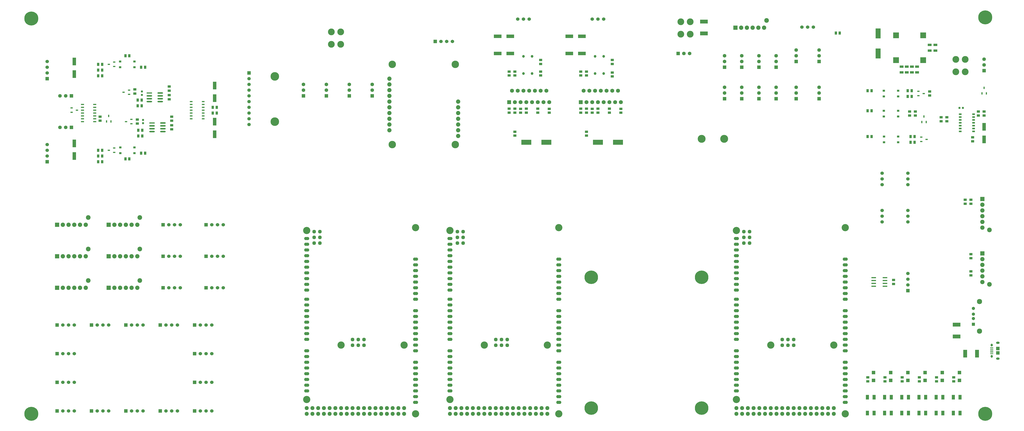
<source format=gbr>
%TF.GenerationSoftware,Altium Limited,Altium Designer,21.6.4 (81)*%
G04 Layer_Color=255*
%FSLAX26Y26*%
%MOIN*%
%TF.SameCoordinates,892991E7-994B-4F78-B437-02A20B6E2807*%
%TF.FilePolarity,Positive*%
%TF.FileFunction,Pads,Top*%
%TF.Part,Single*%
G01*
G75*
%TA.AperFunction,SMDPad,CuDef*%
%ADD10R,0.039370X0.023622*%
%ADD11R,0.051181X0.027559*%
G04:AMPARAMS|DCode=12|XSize=77.559mil|YSize=23.228mil|CornerRadius=2.904mil|HoleSize=0mil|Usage=FLASHONLY|Rotation=0.000|XOffset=0mil|YOffset=0mil|HoleType=Round|Shape=RoundedRectangle|*
%AMROUNDEDRECTD12*
21,1,0.077559,0.017421,0,0,0.0*
21,1,0.071752,0.023228,0,0,0.0*
1,1,0.005807,0.035876,-0.008711*
1,1,0.005807,-0.035876,-0.008711*
1,1,0.005807,-0.035876,0.008711*
1,1,0.005807,0.035876,0.008711*
%
%ADD12ROUNDEDRECTD12*%
%ADD13R,0.057087X0.023622*%
%ADD14R,0.046457X0.022835*%
%ADD15R,0.097211X0.024493*%
G04:AMPARAMS|DCode=16|XSize=97.211mil|YSize=24.493mil|CornerRadius=12.247mil|HoleSize=0mil|Usage=FLASHONLY|Rotation=0.000|XOffset=0mil|YOffset=0mil|HoleType=Round|Shape=RoundedRectangle|*
%AMROUNDEDRECTD16*
21,1,0.097211,0.000000,0,0,0.0*
21,1,0.072718,0.024493,0,0,0.0*
1,1,0.024493,0.036359,0.000000*
1,1,0.024493,-0.036359,0.000000*
1,1,0.024493,-0.036359,0.000000*
1,1,0.024493,0.036359,0.000000*
%
%ADD16ROUNDEDRECTD16*%
%ADD17R,0.065284X0.043523*%
%ADD18R,0.059055X0.059055*%
%ADD19R,0.098425X0.098425*%
%TA.AperFunction,ConnectorPad*%
%ADD20R,0.061024X0.059055*%
G04:AMPARAMS|DCode=21|XSize=15.748mil|YSize=53.15mil|CornerRadius=3.937mil|HoleSize=0mil|Usage=FLASHONLY|Rotation=90.000|XOffset=0mil|YOffset=0mil|HoleType=Round|Shape=RoundedRectangle|*
%AMROUNDEDRECTD21*
21,1,0.015748,0.045276,0,0,90.0*
21,1,0.007874,0.053150,0,0,90.0*
1,1,0.007874,0.022638,0.003937*
1,1,0.007874,0.022638,-0.003937*
1,1,0.007874,-0.022638,-0.003937*
1,1,0.007874,-0.022638,0.003937*
%
%ADD21ROUNDEDRECTD21*%
%TA.AperFunction,SMDPad,CuDef*%
G04:AMPARAMS|DCode=22|XSize=55mil|YSize=43mil|CornerRadius=7.955mil|HoleSize=0mil|Usage=FLASHONLY|Rotation=90.000|XOffset=0mil|YOffset=0mil|HoleType=Round|Shape=RoundedRectangle|*
%AMROUNDEDRECTD22*
21,1,0.055000,0.027090,0,0,90.0*
21,1,0.039090,0.043000,0,0,90.0*
1,1,0.015910,0.013545,0.019545*
1,1,0.015910,0.013545,-0.019545*
1,1,0.015910,-0.013545,-0.019545*
1,1,0.015910,-0.013545,0.019545*
%
%ADD22ROUNDEDRECTD22*%
G04:AMPARAMS|DCode=23|XSize=35mil|YSize=34mil|CornerRadius=5.95mil|HoleSize=0mil|Usage=FLASHONLY|Rotation=270.000|XOffset=0mil|YOffset=0mil|HoleType=Round|Shape=RoundedRectangle|*
%AMROUNDEDRECTD23*
21,1,0.035000,0.022100,0,0,270.0*
21,1,0.023100,0.034000,0,0,270.0*
1,1,0.011900,-0.011050,-0.011550*
1,1,0.011900,-0.011050,0.011550*
1,1,0.011900,0.011050,0.011550*
1,1,0.011900,0.011050,-0.011550*
%
%ADD23ROUNDEDRECTD23*%
%ADD24R,0.055118X0.078740*%
G04:AMPARAMS|DCode=25|XSize=35mil|YSize=34mil|CornerRadius=5.95mil|HoleSize=0mil|Usage=FLASHONLY|Rotation=180.000|XOffset=0mil|YOffset=0mil|HoleType=Round|Shape=RoundedRectangle|*
%AMROUNDEDRECTD25*
21,1,0.035000,0.022100,0,0,180.0*
21,1,0.023100,0.034000,0,0,180.0*
1,1,0.011900,-0.011550,0.011050*
1,1,0.011900,0.011550,0.011050*
1,1,0.011900,0.011550,-0.011050*
1,1,0.011900,-0.011550,-0.011050*
%
%ADD25ROUNDEDRECTD25*%
%ADD26R,0.023622X0.039370*%
G04:AMPARAMS|DCode=27|XSize=55mil|YSize=43mil|CornerRadius=7.955mil|HoleSize=0mil|Usage=FLASHONLY|Rotation=180.000|XOffset=0mil|YOffset=0mil|HoleType=Round|Shape=RoundedRectangle|*
%AMROUNDEDRECTD27*
21,1,0.055000,0.027090,0,0,180.0*
21,1,0.039090,0.043000,0,0,180.0*
1,1,0.015910,-0.019545,0.013545*
1,1,0.015910,0.019545,0.013545*
1,1,0.015910,0.019545,-0.013545*
1,1,0.015910,-0.019545,-0.013545*
%
%ADD27ROUNDEDRECTD27*%
%ADD35R,0.043307X0.035433*%
%TA.AperFunction,ComponentPad*%
%ADD36C,0.060000*%
%ADD37R,0.060000X0.060000*%
%ADD38C,0.081102*%
%ADD39C,0.075000*%
%ADD40R,0.075000X0.075000*%
%ADD41C,0.236220*%
%ADD42C,0.047244*%
%ADD43C,0.090551*%
%ADD44C,0.056221*%
%ADD45R,0.056221X0.056221*%
%ADD46C,0.070000*%
%ADD47R,0.070000X0.070000*%
%ADD48C,0.244095*%
%ADD49C,0.118110*%
%ADD50R,0.062992X0.062992*%
%ADD51C,0.062992*%
%ADD52R,0.059055X0.059055*%
%ADD53C,0.059055*%
%ADD54C,0.074000*%
%ADD55C,0.130000*%
G04:AMPARAMS|DCode=56|XSize=37.402mil|YSize=61.024mil|CornerRadius=18.701mil|HoleSize=0mil|Usage=FLASHONLY|Rotation=270.000|XOffset=0mil|YOffset=0mil|HoleType=Round|Shape=RoundedRectangle|*
%AMROUNDEDRECTD56*
21,1,0.037402,0.023622,0,0,270.0*
21,1,0.000000,0.061024,0,0,270.0*
1,1,0.037402,-0.011811,0.000000*
1,1,0.037402,-0.011811,0.000000*
1,1,0.037402,0.011811,0.000000*
1,1,0.037402,0.011811,0.000000*
%
%ADD56ROUNDEDRECTD56*%
G04:AMPARAMS|DCode=57|XSize=49.213mil|YSize=37.402mil|CornerRadius=18.701mil|HoleSize=0mil|Usage=FLASHONLY|Rotation=270.000|XOffset=0mil|YOffset=0mil|HoleType=Round|Shape=RoundedRectangle|*
%AMROUNDEDRECTD57*
21,1,0.049213,0.000000,0,0,270.0*
21,1,0.011811,0.037402,0,0,270.0*
1,1,0.037402,0.000000,-0.005906*
1,1,0.037402,0.000000,0.005906*
1,1,0.037402,0.000000,0.005906*
1,1,0.037402,0.000000,-0.005906*
%
%ADD57ROUNDEDRECTD57*%
%ADD58O,0.089600X0.056000*%
%ADD59C,0.125980*%
G04:AMPARAMS|DCode=60|XSize=66mil|YSize=66mil|CornerRadius=0mil|HoleSize=0mil|Usage=FLASHONLY|Rotation=0.000|XOffset=0mil|YOffset=0mil|HoleType=Round|Shape=Octagon|*
%AMOCTAGOND60*
4,1,8,0.033000,-0.016500,0.033000,0.016500,0.016500,0.033000,-0.016500,0.033000,-0.033000,0.016500,-0.033000,-0.016500,-0.016500,-0.033000,0.016500,-0.033000,0.033000,-0.016500,0.0*
%
%ADD60OCTAGOND60*%

G04:AMPARAMS|DCode=61|XSize=61.02mil|YSize=61.02mil|CornerRadius=0mil|HoleSize=0mil|Usage=FLASHONLY|Rotation=90.000|XOffset=0mil|YOffset=0mil|HoleType=Round|Shape=Octagon|*
%AMOCTAGOND61*
4,1,8,0.015255,0.030510,-0.015255,0.030510,-0.030510,0.015255,-0.030510,-0.015255,-0.015255,-0.030510,0.015255,-0.030510,0.030510,-0.015255,0.030510,0.015255,0.015255,0.030510,0.0*
%
%ADD61OCTAGOND61*%

G04:AMPARAMS|DCode=62|XSize=61.02mil|YSize=61.02mil|CornerRadius=0mil|HoleSize=0mil|Usage=FLASHONLY|Rotation=0.000|XOffset=0mil|YOffset=0mil|HoleType=Round|Shape=Octagon|*
%AMOCTAGOND62*
4,1,8,0.030510,-0.015255,0.030510,0.015255,0.015255,0.030510,-0.015255,0.030510,-0.030510,0.015255,-0.030510,-0.015255,-0.015255,-0.030510,0.015255,-0.030510,0.030510,-0.015255,0.0*
%
%ADD62OCTAGOND62*%

%TA.AperFunction,SMDPad,CuDef*%
%ADD63R,0.062992X0.137795*%
%ADD64R,0.086614X0.173228*%
%TA.AperFunction,ComponentPad*%
%ADD65C,0.137795*%
%TA.AperFunction,SMDPad,CuDef*%
%ADD66R,0.137795X0.070079*%
%ADD67R,0.137795X0.062992*%
%ADD68R,0.173228X0.086614*%
%TA.AperFunction,ComponentPad*%
%ADD69R,0.062992X0.062992*%
%ADD70R,0.060000X0.060000*%
%TA.AperFunction,SMDPad,CuDef*%
%ADD71R,0.070079X0.137795*%
%TA.AperFunction,ComponentPad*%
%ADD72R,0.075000X0.075000*%
%TA.AperFunction,WasherPad*%
%ADD73C,0.150000*%
D10*
X1652756Y6400000D02*
D03*
X1747244Y6437401D02*
D03*
Y6362598D02*
D03*
X15832756Y5127402D02*
D03*
Y5052599D02*
D03*
X15927244Y5090000D02*
D03*
X15782756Y5927402D02*
D03*
Y5852599D02*
D03*
X15877244Y5890000D02*
D03*
X1952756Y5400000D02*
D03*
X2047244Y5437401D02*
D03*
Y5362598D02*
D03*
X2004976Y5875000D02*
D03*
Y5949803D02*
D03*
X1910488Y5912402D02*
D03*
X1002756Y5637402D02*
D03*
Y5562599D02*
D03*
X1097244Y5600000D02*
D03*
X1652756Y4900000D02*
D03*
X1747244Y4937401D02*
D03*
Y4862598D02*
D03*
D11*
X16513859Y5529500D02*
D03*
Y5479500D02*
D03*
Y5429500D02*
D03*
Y5379500D02*
D03*
Y5329500D02*
D03*
Y5279500D02*
D03*
Y5229500D02*
D03*
X16746141Y5529500D02*
D03*
Y5479500D02*
D03*
Y5429500D02*
D03*
Y5379500D02*
D03*
Y5329500D02*
D03*
Y5279500D02*
D03*
Y5229500D02*
D03*
D12*
X15002559Y2675000D02*
D03*
Y2625000D02*
D03*
Y2575000D02*
D03*
Y2525000D02*
D03*
X15197441D02*
D03*
Y2575000D02*
D03*
Y2625000D02*
D03*
Y2675000D02*
D03*
D13*
X1407284Y5400000D02*
D03*
Y5450000D02*
D03*
Y5500000D02*
D03*
Y5550000D02*
D03*
Y5600000D02*
D03*
Y5650000D02*
D03*
Y5700000D02*
D03*
X1192717Y5400000D02*
D03*
Y5450000D02*
D03*
Y5500000D02*
D03*
Y5550000D02*
D03*
Y5600000D02*
D03*
Y5650000D02*
D03*
Y5700000D02*
D03*
D14*
X3300000Y5450000D02*
D03*
Y5500000D02*
D03*
Y5550000D02*
D03*
Y5600000D02*
D03*
Y5650000D02*
D03*
Y5700000D02*
D03*
Y5750000D02*
D03*
X3090551D02*
D03*
Y5700000D02*
D03*
Y5650000D02*
D03*
Y5600000D02*
D03*
Y5550000D02*
D03*
Y5500000D02*
D03*
Y5450000D02*
D03*
D15*
X2359953Y5900000D02*
D03*
X2404976Y5375000D02*
D03*
D16*
X2359953Y5850000D02*
D03*
Y5800000D02*
D03*
Y5750000D02*
D03*
X2550000D02*
D03*
Y5800000D02*
D03*
Y5850000D02*
D03*
Y5900000D02*
D03*
X2595024Y5375000D02*
D03*
Y5325000D02*
D03*
Y5275000D02*
D03*
Y5225000D02*
D03*
X2404976D02*
D03*
Y5275000D02*
D03*
Y5325000D02*
D03*
D17*
X15760000Y6360250D02*
D03*
Y6259749D02*
D03*
X15980000Y6740250D02*
D03*
Y6639749D02*
D03*
X16080000Y6740250D02*
D03*
Y6639749D02*
D03*
X15490000Y6360250D02*
D03*
Y6259749D02*
D03*
X15580000Y6360250D02*
D03*
Y6259749D02*
D03*
X15670000Y6360250D02*
D03*
Y6259749D02*
D03*
D18*
X16500000Y881102D02*
D03*
Y1018898D02*
D03*
X15000000Y881102D02*
D03*
Y1018898D02*
D03*
X15600000D02*
D03*
Y881102D02*
D03*
X15300000D02*
D03*
Y1018898D02*
D03*
X15900000Y881102D02*
D03*
Y1018898D02*
D03*
X16200001Y881102D02*
D03*
Y1018898D02*
D03*
D19*
X15866220Y6906535D02*
D03*
Y6473465D02*
D03*
X15393780D02*
D03*
Y6906535D02*
D03*
D20*
X17170000Y1360630D02*
D03*
Y1439370D02*
D03*
D21*
X17063702Y1451181D02*
D03*
Y1425591D02*
D03*
Y1400000D02*
D03*
Y1374409D02*
D03*
Y1348819D02*
D03*
D22*
X2008500Y6550000D02*
D03*
X1941500D02*
D03*
X14894500Y5140000D02*
D03*
X14965500D02*
D03*
X15715500Y5040000D02*
D03*
X15644500D02*
D03*
Y5140000D02*
D03*
X15715500D02*
D03*
X14894500Y5590000D02*
D03*
X14965500D02*
D03*
X15665500Y5840000D02*
D03*
X15594500D02*
D03*
X14894500Y5940000D02*
D03*
X14965500D02*
D03*
X1535500Y4700000D02*
D03*
X1464500D02*
D03*
Y4800000D02*
D03*
X1535500D02*
D03*
X3464500Y5650000D02*
D03*
X3535500D02*
D03*
X2235500Y5150000D02*
D03*
X2164500D02*
D03*
X2235500Y5250000D02*
D03*
X2164500D02*
D03*
X2214500Y4850000D02*
D03*
X2285500D02*
D03*
X1464500Y6300000D02*
D03*
X1535500D02*
D03*
X1464500Y6400000D02*
D03*
X1535500D02*
D03*
X2225976Y5675000D02*
D03*
X2154976D02*
D03*
Y5775000D02*
D03*
X2225976D02*
D03*
X15594500Y5940000D02*
D03*
X15665500D02*
D03*
X1464500Y6200000D02*
D03*
X1535500D02*
D03*
Y4900000D02*
D03*
X1464500D02*
D03*
X2285500Y6350000D02*
D03*
X2214500D02*
D03*
X3535500Y5550000D02*
D03*
X3464500D02*
D03*
X14408500Y6945000D02*
D03*
X14341500D02*
D03*
X1941500Y4750000D02*
D03*
X2008500D02*
D03*
D23*
X2229976Y5865500D02*
D03*
Y5924500D02*
D03*
X2250000Y5370500D02*
D03*
Y5429500D02*
D03*
D24*
X16390945Y312205D02*
D03*
Y587795D02*
D03*
X16509054Y312205D02*
D03*
Y587795D02*
D03*
X14890945Y312205D02*
D03*
Y587795D02*
D03*
X15009055Y312205D02*
D03*
Y587795D02*
D03*
X15309055Y587801D02*
D03*
Y312211D02*
D03*
X15190945Y587801D02*
D03*
Y312211D02*
D03*
X15490945Y312205D02*
D03*
Y587795D02*
D03*
X15609055Y312205D02*
D03*
Y587795D02*
D03*
X15790945Y312205D02*
D03*
Y587795D02*
D03*
X15909055Y312205D02*
D03*
Y587795D02*
D03*
X16090944Y312208D02*
D03*
Y587798D02*
D03*
X16209055Y312208D02*
D03*
Y587798D02*
D03*
D25*
X16500500Y5640000D02*
D03*
X16559500D02*
D03*
D26*
X16892597Y5892756D02*
D03*
X16967402D02*
D03*
X16930000Y5987244D02*
D03*
X1612598Y5402756D02*
D03*
X1687401D02*
D03*
X1650000Y5497244D02*
D03*
X15842598Y5392756D02*
D03*
X15917401D02*
D03*
X15880000Y5487244D02*
D03*
D27*
X15630000Y5504500D02*
D03*
Y5575500D02*
D03*
X15730000Y5504500D02*
D03*
Y5575500D02*
D03*
X16830000Y5504500D02*
D03*
Y5575500D02*
D03*
X15980000Y5925500D02*
D03*
Y5854500D02*
D03*
X16930000Y5575500D02*
D03*
Y5504500D02*
D03*
X16730000Y5125500D02*
D03*
Y5054500D02*
D03*
X2750000Y5414500D02*
D03*
Y5485500D02*
D03*
X2150000Y5435500D02*
D03*
Y5364500D02*
D03*
X2750000Y5264500D02*
D03*
Y5335500D02*
D03*
X1500000Y5485500D02*
D03*
Y5414500D02*
D03*
X8740000Y5223500D02*
D03*
Y5156500D02*
D03*
X10440000Y6190000D02*
D03*
Y6257000D02*
D03*
X9190000Y6206500D02*
D03*
Y6273500D02*
D03*
X8840000Y5623500D02*
D03*
Y5556500D02*
D03*
X10590000Y5623500D02*
D03*
Y5556500D02*
D03*
X8740000Y6273500D02*
D03*
Y6206500D02*
D03*
X9990000Y6273500D02*
D03*
Y6206500D02*
D03*
X9340000Y5623500D02*
D03*
Y5556500D02*
D03*
X9890000Y6206500D02*
D03*
Y6273500D02*
D03*
X8640000Y6206500D02*
D03*
Y6273500D02*
D03*
X9990000Y5223500D02*
D03*
Y5156500D02*
D03*
X10090000Y5623500D02*
D03*
Y5556500D02*
D03*
X2704976Y5939500D02*
D03*
Y6010500D02*
D03*
X2104976Y5960500D02*
D03*
Y5889500D02*
D03*
X2704976Y5789500D02*
D03*
Y5860500D02*
D03*
X9140000Y5554500D02*
D03*
Y5625500D02*
D03*
X8640000Y5554500D02*
D03*
Y5625500D02*
D03*
X9990000D02*
D03*
Y5554500D02*
D03*
X9890000D02*
D03*
Y5625500D02*
D03*
X10440000Y6404500D02*
D03*
Y6475500D02*
D03*
X10390000Y5554500D02*
D03*
Y5625500D02*
D03*
X10190000Y5554500D02*
D03*
Y5625500D02*
D03*
X8940000Y5554500D02*
D03*
Y5625500D02*
D03*
X8740000D02*
D03*
Y5554500D02*
D03*
X9190000Y6404500D02*
D03*
Y6475500D02*
D03*
X16280001Y5404500D02*
D03*
Y5475500D02*
D03*
X16180000D02*
D03*
Y5404500D02*
D03*
X14900000Y935500D02*
D03*
Y864500D02*
D03*
X15500000D02*
D03*
Y935500D02*
D03*
X15200000D02*
D03*
Y864500D02*
D03*
X15800000Y935500D02*
D03*
Y864500D02*
D03*
X16700001Y3014500D02*
D03*
Y3085500D02*
D03*
Y2785500D02*
D03*
Y2714500D02*
D03*
Y4035500D02*
D03*
Y3964500D02*
D03*
X16600000Y4035500D02*
D03*
Y3964500D02*
D03*
X15350000Y2564500D02*
D03*
Y2635500D02*
D03*
X16100000Y935500D02*
D03*
Y864500D02*
D03*
X16400000Y935500D02*
D03*
Y864500D02*
D03*
D35*
X2098032Y6350000D02*
D03*
Y6450000D02*
D03*
X1850000Y6350000D02*
D03*
Y6450000D02*
D03*
X15430000Y5040000D02*
D03*
Y5140000D02*
D03*
X15181969Y5040000D02*
D03*
Y5140000D02*
D03*
X15428031Y5490000D02*
D03*
Y5590000D02*
D03*
X15180000Y5490000D02*
D03*
Y5590000D02*
D03*
X15428031Y5840000D02*
D03*
Y5940000D02*
D03*
X15180000Y5840000D02*
D03*
Y5940000D02*
D03*
X1851968Y4950000D02*
D03*
Y4850000D02*
D03*
X2100000Y4950000D02*
D03*
Y4850000D02*
D03*
D36*
X3650000Y2500000D02*
D03*
X3550000D02*
D03*
X3450000D02*
D03*
X13750000Y7050000D02*
D03*
X13850000D02*
D03*
X13950000D02*
D03*
X575000Y4800000D02*
D03*
Y4900000D02*
D03*
Y5000000D02*
D03*
Y6450000D02*
D03*
Y6350000D02*
D03*
Y6250000D02*
D03*
X3450000Y1850000D02*
D03*
X3350000D02*
D03*
X3250000D02*
D03*
X850000D02*
D03*
X950000D02*
D03*
X1050000D02*
D03*
X1450000D02*
D03*
X1550000D02*
D03*
X1650000D02*
D03*
X2050000D02*
D03*
X2150000D02*
D03*
X2250000D02*
D03*
X2650000D02*
D03*
X2750000D02*
D03*
X2850000D02*
D03*
X3250000Y1350000D02*
D03*
X3350000D02*
D03*
X3450000D02*
D03*
X1050000Y350000D02*
D03*
X950000D02*
D03*
X850000D02*
D03*
X1650000D02*
D03*
X1550000D02*
D03*
X1450000D02*
D03*
X2250000D02*
D03*
X2150000D02*
D03*
X2050000D02*
D03*
X2850000D02*
D03*
X2750000D02*
D03*
X2650000D02*
D03*
X850000Y1350000D02*
D03*
X950000D02*
D03*
X1050000D02*
D03*
X850000Y850000D02*
D03*
X950000D02*
D03*
X1050000D02*
D03*
X3250000Y350000D02*
D03*
X3350000D02*
D03*
X3450000D02*
D03*
X3250000Y850000D02*
D03*
X3350000D02*
D03*
X3450000D02*
D03*
X7450000Y6800000D02*
D03*
X7550000D02*
D03*
X7650000D02*
D03*
X2700000Y2500000D02*
D03*
X2800000D02*
D03*
X2900000D02*
D03*
X2700000Y3050000D02*
D03*
X2800000D02*
D03*
X2900000D02*
D03*
X2700000Y3600000D02*
D03*
X2800000D02*
D03*
X2900000D02*
D03*
X3650000D02*
D03*
X3550000D02*
D03*
X3450000D02*
D03*
X3650000Y3050000D02*
D03*
X3550000D02*
D03*
X3450000D02*
D03*
X10090000Y7190000D02*
D03*
X10190000D02*
D03*
X10290000D02*
D03*
X8790000D02*
D03*
X8890000D02*
D03*
X8990000D02*
D03*
X15600000Y2550000D02*
D03*
Y2650000D02*
D03*
Y2750000D02*
D03*
Y3850000D02*
D03*
Y3750000D02*
D03*
Y3650000D02*
D03*
X15150000D02*
D03*
Y3750000D02*
D03*
Y3850000D02*
D03*
Y4300000D02*
D03*
Y4400000D02*
D03*
Y4500000D02*
D03*
X15600000Y4300000D02*
D03*
Y4400000D02*
D03*
Y4500000D02*
D03*
D37*
X3350000Y2500000D02*
D03*
X3150000Y1850000D02*
D03*
X750000D02*
D03*
X1350000D02*
D03*
X1950000D02*
D03*
X2550000D02*
D03*
X3150000Y1350000D02*
D03*
X750000Y350000D02*
D03*
X1350000D02*
D03*
X1950000D02*
D03*
X2550000D02*
D03*
X750000Y1350000D02*
D03*
Y850000D02*
D03*
X3150000Y350000D02*
D03*
Y850000D02*
D03*
X7350000Y6800000D02*
D03*
X2600000Y2500000D02*
D03*
Y3050000D02*
D03*
Y3600000D02*
D03*
X3350000D02*
D03*
Y3050000D02*
D03*
D38*
X1292126Y3174016D02*
D03*
X17024015Y2557874D02*
D03*
Y3507874D02*
D03*
X1292126Y3724016D02*
D03*
Y2624016D02*
D03*
X2192126Y3724016D02*
D03*
Y2624016D02*
D03*
X13132126Y7164016D02*
D03*
X2192126Y3174016D02*
D03*
D39*
X1250000Y3050000D02*
D03*
X1150000D02*
D03*
X1050000D02*
D03*
X950000D02*
D03*
X850000D02*
D03*
X16900000Y3000000D02*
D03*
Y2900000D02*
D03*
Y2800000D02*
D03*
Y2700000D02*
D03*
Y2600000D02*
D03*
Y3550000D02*
D03*
Y3650000D02*
D03*
Y3750000D02*
D03*
Y3850000D02*
D03*
Y3950000D02*
D03*
X850000Y3600000D02*
D03*
X950000D02*
D03*
X1050000D02*
D03*
X1150000D02*
D03*
X1250000D02*
D03*
X850000Y2500000D02*
D03*
X950000D02*
D03*
X1050000D02*
D03*
X1150000D02*
D03*
X1250000D02*
D03*
X2150000Y3600000D02*
D03*
X2050000D02*
D03*
X1950000D02*
D03*
X1850000D02*
D03*
X1750000D02*
D03*
Y2500000D02*
D03*
X1850000D02*
D03*
X1950000D02*
D03*
X2050000D02*
D03*
X2150000D02*
D03*
X13090000Y7040000D02*
D03*
X12990000D02*
D03*
X12890000D02*
D03*
X12790000D02*
D03*
X12690000D02*
D03*
X1750000Y3050000D02*
D03*
X1850000D02*
D03*
X1950000D02*
D03*
X2050000D02*
D03*
X2150000D02*
D03*
D40*
X750000D02*
D03*
Y3600000D02*
D03*
Y2500000D02*
D03*
X1650000Y3600000D02*
D03*
Y2500000D02*
D03*
X12590000Y7040000D02*
D03*
X1650000Y3050000D02*
D03*
D41*
X12000000Y400000D02*
D03*
Y2683465D02*
D03*
X10070866Y400000D02*
D03*
Y2683465D02*
D03*
D42*
X10140000Y6240000D02*
D03*
Y6540000D02*
D03*
X10290000Y6240000D02*
D03*
Y6540000D02*
D03*
X9040000Y6240000D02*
D03*
Y6540000D02*
D03*
X8890000Y6240000D02*
D03*
Y6540000D02*
D03*
D43*
X16850393Y2258661D02*
D03*
Y1741339D02*
D03*
D44*
X16743702Y2137795D02*
D03*
Y2039370D02*
D03*
Y1960630D02*
D03*
D45*
Y1862205D02*
D03*
D46*
X10590000Y5740000D02*
D03*
X10540000Y5940000D02*
D03*
X10490000Y5740000D02*
D03*
X10440000Y5940000D02*
D03*
X10390000Y5740000D02*
D03*
X10340000Y5940000D02*
D03*
X10290000Y5740000D02*
D03*
X10240000Y5940000D02*
D03*
X10190000Y5740000D02*
D03*
X10140000Y5940000D02*
D03*
X10090000Y5740000D02*
D03*
X10040000Y5940000D02*
D03*
X9990000Y5740000D02*
D03*
X9940000Y5940000D02*
D03*
X9340000Y5740000D02*
D03*
X9290000Y5940000D02*
D03*
X9240000Y5740000D02*
D03*
X9190000Y5940000D02*
D03*
X9140000Y5740000D02*
D03*
X9090000Y5940000D02*
D03*
X9040000Y5740000D02*
D03*
X8990000Y5940000D02*
D03*
X8940000Y5740000D02*
D03*
X8890000Y5940000D02*
D03*
X8840000Y5740000D02*
D03*
X8790000Y5940000D02*
D03*
X8740000Y5740000D02*
D03*
X8690000Y5940000D02*
D03*
D47*
X9890000Y5740000D02*
D03*
X8640000D02*
D03*
D48*
X300000Y300000D02*
D03*
Y7200000D02*
D03*
X16950001Y7220000D02*
D03*
Y300000D02*
D03*
D49*
X5534646Y6966535D02*
D03*
X5700000D02*
D03*
Y6750000D02*
D03*
X5534646D02*
D03*
X11634646Y7141535D02*
D03*
X11800000D02*
D03*
Y6925000D02*
D03*
X11634646D02*
D03*
X16434647Y6486535D02*
D03*
X16600000D02*
D03*
Y6270000D02*
D03*
X16434647D02*
D03*
D50*
X12700000Y6350000D02*
D03*
Y5800000D02*
D03*
X16930000Y6290000D02*
D03*
X13650000Y6450000D02*
D03*
X14050000D02*
D03*
X13650000Y5800000D02*
D03*
X14050000D02*
D03*
X5450000Y5850000D02*
D03*
X5850000D02*
D03*
X6250000D02*
D03*
X5050000D02*
D03*
X12400000Y6350000D02*
D03*
X13000000D02*
D03*
X13300000D02*
D03*
X12400000Y5800000D02*
D03*
X13000000D02*
D03*
X13300000D02*
D03*
D51*
X12700000Y6450000D02*
D03*
Y6550000D02*
D03*
Y6000000D02*
D03*
Y5900000D02*
D03*
X16930000Y6390000D02*
D03*
Y6490000D02*
D03*
X800000Y5300000D02*
D03*
X900000D02*
D03*
Y5850000D02*
D03*
X800000D02*
D03*
X11790000Y6590000D02*
D03*
X11690000D02*
D03*
X13650000Y6650000D02*
D03*
Y6550000D02*
D03*
X14050000Y6650000D02*
D03*
Y6550000D02*
D03*
X13650000Y5900000D02*
D03*
Y6000000D02*
D03*
X14050000Y5900000D02*
D03*
Y6000000D02*
D03*
X5450000Y5950000D02*
D03*
Y6050000D02*
D03*
X5850000Y5950000D02*
D03*
Y6050000D02*
D03*
X6250000Y5950000D02*
D03*
Y6050000D02*
D03*
X5050000Y5950000D02*
D03*
Y6050000D02*
D03*
X12400000Y6450000D02*
D03*
Y6550000D02*
D03*
X13000000Y6450000D02*
D03*
Y6550000D02*
D03*
X13300000Y6450000D02*
D03*
Y6550000D02*
D03*
X12400000Y5900000D02*
D03*
Y6000000D02*
D03*
X13000000D02*
D03*
Y5900000D02*
D03*
X13300000Y6000000D02*
D03*
Y5900000D02*
D03*
D52*
X4100000Y6250000D02*
D03*
D53*
Y6150000D02*
D03*
Y5950000D02*
D03*
Y5850000D02*
D03*
Y5750000D02*
D03*
Y5650000D02*
D03*
Y5550000D02*
D03*
Y5450000D02*
D03*
Y5350000D02*
D03*
Y6050000D02*
D03*
D54*
X6550000Y6150000D02*
D03*
Y6050000D02*
D03*
Y5950000D02*
D03*
Y5850000D02*
D03*
Y5750000D02*
D03*
Y5650000D02*
D03*
Y5550000D02*
D03*
Y5450000D02*
D03*
Y5350000D02*
D03*
Y5250000D02*
D03*
X7750000Y5150000D02*
D03*
Y5250000D02*
D03*
Y5350000D02*
D03*
Y5450000D02*
D03*
Y5550000D02*
D03*
Y5650000D02*
D03*
Y5750000D02*
D03*
D55*
X7700000Y6400000D02*
D03*
Y5000000D02*
D03*
X6600000Y6400000D02*
D03*
Y5000000D02*
D03*
D56*
X17170000Y1262205D02*
D03*
Y1537795D02*
D03*
D57*
X17063702Y1301575D02*
D03*
Y1498425D02*
D03*
D58*
X5106299Y1200000D02*
D03*
Y1300000D02*
D03*
Y1400000D02*
D03*
Y1600000D02*
D03*
Y1100000D02*
D03*
Y3260000D02*
D03*
Y3360000D02*
D03*
Y3160000D02*
D03*
Y3060000D02*
D03*
Y700000D02*
D03*
Y800000D02*
D03*
Y900000D02*
D03*
Y1000000D02*
D03*
Y2300000D02*
D03*
Y2960000D02*
D03*
Y2660000D02*
D03*
Y2460000D02*
D03*
Y2560000D02*
D03*
Y2860000D02*
D03*
Y2760000D02*
D03*
Y2000000D02*
D03*
Y1700000D02*
D03*
Y1800000D02*
D03*
Y1900000D02*
D03*
Y2100000D02*
D03*
Y2200000D02*
D03*
X7006299Y3000000D02*
D03*
Y2900000D02*
D03*
Y2800000D02*
D03*
Y2700000D02*
D03*
Y2600000D02*
D03*
Y2500000D02*
D03*
Y2400000D02*
D03*
Y2300000D02*
D03*
Y1200000D02*
D03*
Y1400000D02*
D03*
Y2100000D02*
D03*
Y1900000D02*
D03*
Y1600000D02*
D03*
Y1800000D02*
D03*
Y1700000D02*
D03*
Y1500000D02*
D03*
Y2000000D02*
D03*
Y1100000D02*
D03*
Y1000000D02*
D03*
Y900000D02*
D03*
Y800000D02*
D03*
Y700000D02*
D03*
Y600000D02*
D03*
Y500000D02*
D03*
X7606299Y1200000D02*
D03*
Y1300000D02*
D03*
Y1400000D02*
D03*
Y1600000D02*
D03*
Y1100000D02*
D03*
Y3260000D02*
D03*
Y3360000D02*
D03*
Y3160000D02*
D03*
Y3060000D02*
D03*
Y700000D02*
D03*
Y800000D02*
D03*
Y900000D02*
D03*
Y1000000D02*
D03*
Y2300000D02*
D03*
Y2960000D02*
D03*
Y2660000D02*
D03*
Y2460000D02*
D03*
Y2560000D02*
D03*
Y2860000D02*
D03*
Y2760000D02*
D03*
Y2000000D02*
D03*
Y1700000D02*
D03*
Y1800000D02*
D03*
Y1900000D02*
D03*
Y2100000D02*
D03*
Y2200000D02*
D03*
X9506299Y3000000D02*
D03*
Y2900000D02*
D03*
Y2800000D02*
D03*
Y2700000D02*
D03*
Y2600000D02*
D03*
Y2500000D02*
D03*
Y2400000D02*
D03*
Y2300000D02*
D03*
Y1200000D02*
D03*
Y1400000D02*
D03*
Y2100000D02*
D03*
Y1900000D02*
D03*
Y1600000D02*
D03*
Y1800000D02*
D03*
Y1700000D02*
D03*
Y1500000D02*
D03*
Y2000000D02*
D03*
Y1100000D02*
D03*
Y1000000D02*
D03*
Y900000D02*
D03*
Y800000D02*
D03*
Y700000D02*
D03*
Y600000D02*
D03*
Y500000D02*
D03*
X12606299Y1200000D02*
D03*
Y1300000D02*
D03*
Y1400000D02*
D03*
Y1600000D02*
D03*
Y1100000D02*
D03*
Y3260000D02*
D03*
Y3360000D02*
D03*
Y3160000D02*
D03*
Y3060000D02*
D03*
Y700000D02*
D03*
Y800000D02*
D03*
Y900000D02*
D03*
Y1000000D02*
D03*
Y2300000D02*
D03*
Y2960000D02*
D03*
Y2660000D02*
D03*
Y2460000D02*
D03*
Y2560000D02*
D03*
Y2860000D02*
D03*
Y2760000D02*
D03*
Y2000000D02*
D03*
Y1700000D02*
D03*
Y1800000D02*
D03*
Y1900000D02*
D03*
Y2100000D02*
D03*
Y2200000D02*
D03*
X14506299Y3000000D02*
D03*
Y2900000D02*
D03*
Y2800000D02*
D03*
Y2700000D02*
D03*
Y2600000D02*
D03*
Y2500000D02*
D03*
Y2400000D02*
D03*
Y2300000D02*
D03*
Y1200000D02*
D03*
Y1400000D02*
D03*
Y2100000D02*
D03*
Y1900000D02*
D03*
Y1600000D02*
D03*
Y1800000D02*
D03*
Y1700000D02*
D03*
Y1500000D02*
D03*
Y2000000D02*
D03*
Y1100000D02*
D03*
Y1000000D02*
D03*
Y900000D02*
D03*
Y800000D02*
D03*
Y700000D02*
D03*
Y600000D02*
D03*
Y500000D02*
D03*
D59*
X5706299Y1500000D02*
D03*
X5106299Y550000D02*
D03*
Y3500000D02*
D03*
X7006299Y3550000D02*
D03*
Y300000D02*
D03*
X6806299Y1500000D02*
D03*
X8206299D02*
D03*
X7606299Y550000D02*
D03*
Y3500000D02*
D03*
X9506299Y3550000D02*
D03*
Y300000D02*
D03*
X9306299Y1500000D02*
D03*
X13206299D02*
D03*
X12606299Y550000D02*
D03*
Y3500000D02*
D03*
X14506299Y3550000D02*
D03*
Y300000D02*
D03*
X14306299Y1500000D02*
D03*
D60*
X5106299Y300000D02*
D03*
Y400000D02*
D03*
X5606299Y300000D02*
D03*
X5706299Y400000D02*
D03*
X5806299D02*
D03*
Y300000D02*
D03*
X5206299Y400000D02*
D03*
Y300000D02*
D03*
X5306299Y400000D02*
D03*
Y300000D02*
D03*
X5406299Y400000D02*
D03*
Y300000D02*
D03*
X5506299Y400000D02*
D03*
Y300000D02*
D03*
X5606299Y400000D02*
D03*
X5706299Y300000D02*
D03*
X6306299Y400000D02*
D03*
X6406299D02*
D03*
Y300000D02*
D03*
X6506299Y400000D02*
D03*
Y300000D02*
D03*
X6606299Y400000D02*
D03*
Y300000D02*
D03*
X6706299Y400000D02*
D03*
Y300000D02*
D03*
X6806299Y400000D02*
D03*
Y300000D02*
D03*
X6306299D02*
D03*
X5906299Y400000D02*
D03*
Y300000D02*
D03*
X6006299Y400000D02*
D03*
Y300000D02*
D03*
X6106299Y400000D02*
D03*
Y300000D02*
D03*
X6206299Y400000D02*
D03*
Y300000D02*
D03*
X7606299D02*
D03*
Y400000D02*
D03*
X8106299Y300000D02*
D03*
X8206299Y400000D02*
D03*
X8306299D02*
D03*
Y300000D02*
D03*
X7706299Y400000D02*
D03*
Y300000D02*
D03*
X7806299Y400000D02*
D03*
Y300000D02*
D03*
X7906299Y400000D02*
D03*
Y300000D02*
D03*
X8006299Y400000D02*
D03*
Y300000D02*
D03*
X8106299Y400000D02*
D03*
X8206299Y300000D02*
D03*
X8806299Y400000D02*
D03*
X8906299D02*
D03*
Y300000D02*
D03*
X9006299Y400000D02*
D03*
Y300000D02*
D03*
X9106299Y400000D02*
D03*
Y300000D02*
D03*
X9206299Y400000D02*
D03*
Y300000D02*
D03*
X9306299Y400000D02*
D03*
Y300000D02*
D03*
X8806299D02*
D03*
X8406299Y400000D02*
D03*
Y300000D02*
D03*
X8506299Y400000D02*
D03*
Y300000D02*
D03*
X8606299Y400000D02*
D03*
Y300000D02*
D03*
X8706299Y400000D02*
D03*
Y300000D02*
D03*
X12606299D02*
D03*
Y400000D02*
D03*
X13106299Y300000D02*
D03*
X13206299Y400000D02*
D03*
X13306299D02*
D03*
Y300000D02*
D03*
X12706299Y400000D02*
D03*
Y300000D02*
D03*
X12806299Y400000D02*
D03*
Y300000D02*
D03*
X12906299Y400000D02*
D03*
Y300000D02*
D03*
X13006299Y400000D02*
D03*
Y300000D02*
D03*
X13106299Y400000D02*
D03*
X13206299Y300000D02*
D03*
X13806299Y400000D02*
D03*
X13906299D02*
D03*
Y300000D02*
D03*
X14006299Y400000D02*
D03*
Y300000D02*
D03*
X14106299Y400000D02*
D03*
Y300000D02*
D03*
X14206299Y400000D02*
D03*
Y300000D02*
D03*
X14306299Y400000D02*
D03*
Y300000D02*
D03*
X13806299D02*
D03*
X13406299Y400000D02*
D03*
Y300000D02*
D03*
X13506299Y400000D02*
D03*
Y300000D02*
D03*
X13606299Y400000D02*
D03*
Y300000D02*
D03*
X13706299Y400000D02*
D03*
Y300000D02*
D03*
D61*
X5336299Y3280000D02*
D03*
X5236299Y3380000D02*
D03*
X5336299D02*
D03*
X5236299Y3480000D02*
D03*
X5336299D02*
D03*
X5236299Y3280000D02*
D03*
X7836299D02*
D03*
X7736299Y3380000D02*
D03*
X7836299D02*
D03*
X7736299Y3480000D02*
D03*
X7836299D02*
D03*
X7736299Y3280000D02*
D03*
X12836299D02*
D03*
X12736299Y3380000D02*
D03*
X12836299D02*
D03*
X12736299Y3480000D02*
D03*
X12836299D02*
D03*
X12736299Y3280000D02*
D03*
D62*
X5906299Y1595000D02*
D03*
Y1495000D02*
D03*
X6006299Y1595000D02*
D03*
Y1495000D02*
D03*
X6106299D02*
D03*
Y1595000D02*
D03*
X8406299D02*
D03*
Y1495000D02*
D03*
X8506299Y1595000D02*
D03*
Y1495000D02*
D03*
X8606299D02*
D03*
Y1595000D02*
D03*
X13406299D02*
D03*
Y1495000D02*
D03*
X13506299Y1595000D02*
D03*
Y1495000D02*
D03*
X13606299D02*
D03*
Y1595000D02*
D03*
D63*
X3500000Y5179528D02*
D03*
Y5400000D02*
D03*
X16930000Y5090000D02*
D03*
Y5310472D02*
D03*
X3500000Y6030000D02*
D03*
Y5809528D02*
D03*
X1050000Y6450000D02*
D03*
Y6229528D02*
D03*
Y5020472D02*
D03*
Y4800000D02*
D03*
D64*
X15080000Y6590000D02*
D03*
Y6940394D02*
D03*
D65*
X12000000Y5100000D02*
D03*
X12393701D02*
D03*
D66*
X16450001Y1855906D02*
D03*
Y1650000D02*
D03*
X12040000Y6940000D02*
D03*
Y7145905D02*
D03*
D67*
X9690000Y6590000D02*
D03*
X9910472D02*
D03*
X8440000Y6890000D02*
D03*
X8660472D02*
D03*
X8440000Y6590000D02*
D03*
X8660472D02*
D03*
X9690000Y6890000D02*
D03*
X9910472D02*
D03*
D68*
X8940000Y5040000D02*
D03*
X9290394D02*
D03*
X10190000D02*
D03*
X10540394D02*
D03*
D69*
X1000000Y5300000D02*
D03*
Y5850000D02*
D03*
X11590000Y6590000D02*
D03*
D70*
X575000Y4700000D02*
D03*
Y6150000D02*
D03*
X15600000Y2450000D02*
D03*
D71*
X16600000Y1350000D02*
D03*
X16805906D02*
D03*
D72*
X16900000Y3100000D02*
D03*
Y4050000D02*
D03*
D73*
X4550000Y5400000D02*
D03*
Y6190000D02*
D03*
%TF.MD5,c832a245cc2eb377bda7b68f4079b7ac*%
M02*

</source>
